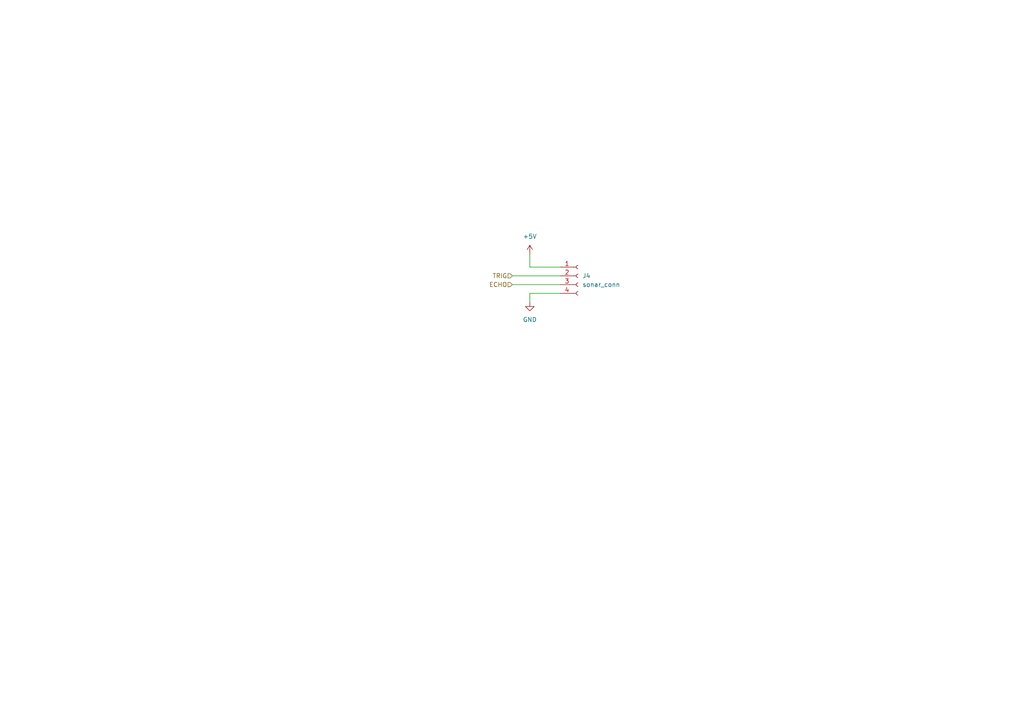
<source format=kicad_sch>
(kicad_sch (version 20230121) (generator eeschema)
  (paper "A4")
  (lib_symbols
    (symbol "Connector:Conn_01x04_Socket" (pin_names (offset 1.016) hide)
      (property "Reference" "J" (at 0 5.08 0))
      (property "Value" "Conn_01x04_Socket" (at 0 -7.62 0))
      (symbol "Conn_01x04_Socket_1_1"
        (arc (start 0 -4.572) (mid -0.5058 -5.08) (end 0 -5.588) (stroke (width 0.1524)))
        (arc (start 0 -2.032) (mid -0.5058 -2.54) (end 0 -3.048) (stroke (width 0.1524)))
        (polyline (pts (xy -1.27 -5.08) (xy -0.508 -5.08)) (stroke (width 0.1524)))
        (polyline (pts (xy -1.27 -2.54) (xy -0.508 -2.54)) (stroke (width 0.1524)))
        (polyline (pts (xy -1.27 0) (xy -0.508 0)) (stroke (width 0.1524)))
        (polyline (pts (xy -1.27 2.54) (xy -0.508 2.54)) (stroke (width 0.1524)))
        (arc (start 0 0.508) (mid -0.5058 0) (end 0 -0.508) (stroke (width 0.1524)))
        (arc (start 0 3.048) (mid -0.5058 2.54) (end 0 2.032) (stroke (width 0.1524)))
        (pin passive line (at -5.08 2.54 0) (length 3.81) (name "Pin_1") (number "1"))
        (pin passive line (at -5.08 0 0) (length 3.81) (name "Pin_2") (number "2"))
        (pin passive line (at -5.08 -2.54 0) (length 3.81) (name "Pin_3") (number "3"))
        (pin passive line (at -5.08 -5.08 0) (length 3.81) (name "Pin_4") (number "4"))
      )
    )
    (symbol "power:+5V" (power) (pin_names (offset 0))
      (property "Value" "+5V" (at 0 3.556 0))
      (symbol "+5V_0_1"
        (polyline (pts (xy -0.762 1.27) (xy 0 2.54)))
        (polyline (pts (xy 0 0) (xy 0 2.54)))
        (polyline (pts (xy 0 2.54) (xy 0.762 1.27)))
      )
      (symbol "+5V_1_1"
        (pin power_in line (at 0 0 90) (length 0) hide (name "+5V") (number "1"))
      )
    )
    (symbol "power:GND" (power) (pin_names (offset 0))
      (property "Value" "GND" (at 0 -3.81 0))
      (symbol "GND_0_1"
        (polyline (pts (xy 0 0) (xy 0 -1.27) (xy 1.27 -1.27) (xy 0 -2.54) (xy -1.27 -1.27) (xy 0 -1.27)))
      )
      (symbol "GND_1_1"
        (pin power_in line (at 0 0 270) (length 0) hide (name "GND") (number "1"))
      )
    )
  )
  (wire (pts (xy 153.67 85.09) (xy 162.56 85.09)))
  (wire (pts (xy 153.67 87.63) (xy 153.67 85.09)))
  (wire (pts (xy 153.67 73.66) (xy 153.67 77.47)))
  (wire (pts (xy 148.59 82.55) (xy 162.56 82.55)))
  (wire (pts (xy 153.67 77.47) (xy 162.56 77.47)))
  (wire (pts (xy 148.59 80.01) (xy 162.56 80.01)))
  (hierarchical_label "ECHO" (shape input) (at 148.59 82.55 180))
  (hierarchical_label "TRIG" (shape input) (at 148.59 80.01 180))
  (symbol (lib_id "Connector:Conn_01x04_Socket") (at 167.64 80.01 0) (unit 1)
    (property "Reference" "J4" (at 168.91 80.01 0) (effects (justify left)))
    (property "Value" "sonar_conn" (at 168.91 82.55 0) (effects (justify left)))
    (property "Footprint" "Connector_JST:JST_XH_B4B-XH-A_1x04_P2.50mm_Vertical" (effects hide))
    (property "LCSC" "C144395" (effects hide))
    (instances (project "mirte-master" (path "" (reference "J4") (unit 1)) (path "" (reference "J1") (unit 1)) (path "" (reference "J2") (unit 1)) (path "" (reference "J3") (unit 1)) (path "" (reference "J35") (unit 1)) (path "" (reference "J37") (unit 1)) (path "" (reference "J38") (unit 1)) (path "" (reference "J39") (unit 1))))
  )
  (symbol (lib_id "power:GND") (at 153.67 87.63 0) (unit 1)
    (property "Reference" "#PWR071" (effects hide))
    (property "Value" "GND" (at 153.67 92.71 0))
    (instances (project "mirte-master" (path "" (reference "#PWR071") (unit 1)) (path "" (reference "#PWR073") (unit 1)) (path "" (reference "#PWR075") (unit 1)) (path "" (reference "#PWR077") (unit 1))))
  )
  (symbol (lib_id "power:+5V") (at 153.67 73.66 0) (unit 1)
    (property "Reference" "#PWR070" (effects hide))
    (property "Value" "+5V" (at 153.67 68.58 0))
    (instances (project "mirte-master" (path "" (reference "#PWR070") (unit 1)) (path "" (reference "#PWR072") (unit 1)) (path "" (reference "#PWR074") (unit 1)) (path "" (reference "#PWR076") (unit 1))))
  )
)
</source>
